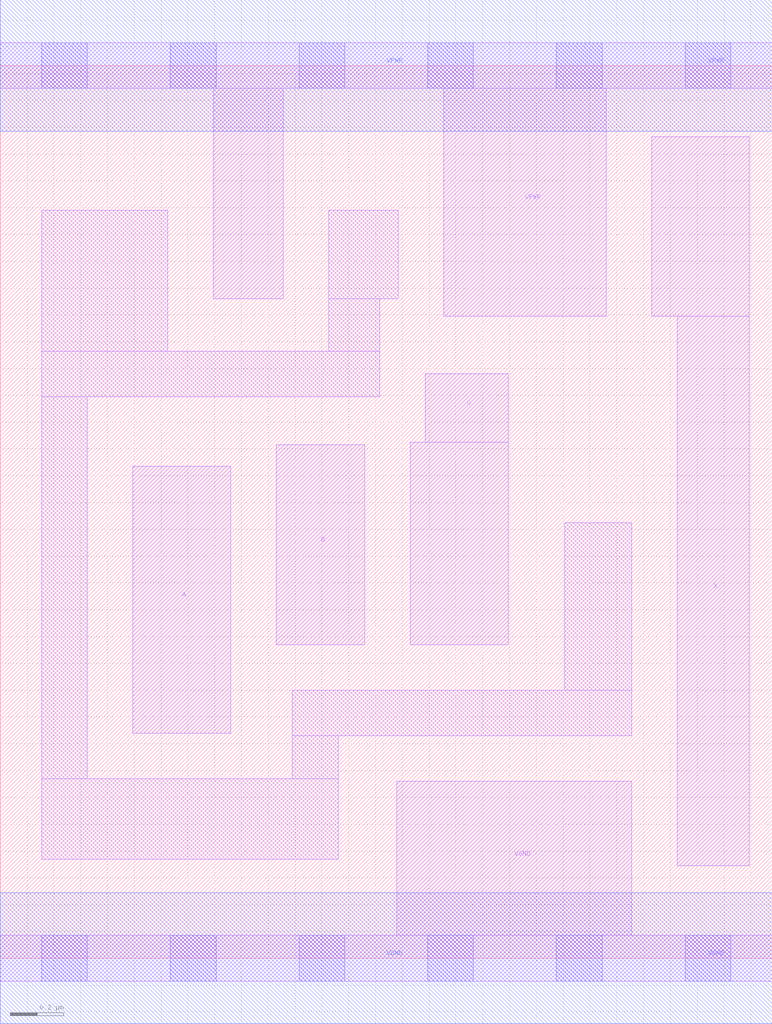
<source format=lef>
# Copyright 2020 The SkyWater PDK Authors
#
# Licensed under the Apache License, Version 2.0 (the "License");
# you may not use this file except in compliance with the License.
# You may obtain a copy of the License at
#
#     https://www.apache.org/licenses/LICENSE-2.0
#
# Unless required by applicable law or agreed to in writing, software
# distributed under the License is distributed on an "AS IS" BASIS,
# WITHOUT WARRANTIES OR CONDITIONS OF ANY KIND, either express or implied.
# See the License for the specific language governing permissions and
# limitations under the License.
#
# SPDX-License-Identifier: Apache-2.0

VERSION 5.7 ;
  NAMESCASESENSITIVE ON ;
  NOWIREEXTENSIONATPIN ON ;
  DIVIDERCHAR "/" ;
  BUSBITCHARS "[]" ;
UNITS
  DATABASE MICRONS 200 ;
END UNITS
MACRO sky130_fd_sc_lp__and3_0
  CLASS CORE ;
  SOURCE USER ;
  FOREIGN sky130_fd_sc_lp__and3_0 ;
  ORIGIN  0.000000  0.000000 ;
  SIZE  2.880000 BY  3.330000 ;
  SYMMETRY X Y R90 ;
  SITE unit ;
  PIN A
    ANTENNAGATEAREA  0.126000 ;
    DIRECTION INPUT ;
    USE SIGNAL ;
    PORT
      LAYER li1 ;
        RECT 0.495000 0.840000 0.860000 1.835000 ;
    END
  END A
  PIN B
    ANTENNAGATEAREA  0.126000 ;
    DIRECTION INPUT ;
    USE SIGNAL ;
    PORT
      LAYER li1 ;
        RECT 1.030000 1.170000 1.360000 1.915000 ;
    END
  END B
  PIN C
    ANTENNAGATEAREA  0.126000 ;
    DIRECTION INPUT ;
    USE SIGNAL ;
    PORT
      LAYER li1 ;
        RECT 1.530000 1.170000 1.895000 1.925000 ;
        RECT 1.585000 1.925000 1.895000 2.180000 ;
    END
  END C
  PIN X
    ANTENNADIFFAREA  0.287300 ;
    DIRECTION OUTPUT ;
    USE SIGNAL ;
    PORT
      LAYER li1 ;
        RECT 2.430000 2.395000 2.795000 3.065000 ;
        RECT 2.525000 0.345000 2.795000 2.395000 ;
    END
  END X
  PIN VGND
    DIRECTION INOUT ;
    USE GROUND ;
    PORT
      LAYER li1 ;
        RECT 0.000000 -0.085000 2.880000 0.085000 ;
        RECT 1.480000  0.085000 2.355000 0.660000 ;
      LAYER mcon ;
        RECT 0.155000 -0.085000 0.325000 0.085000 ;
        RECT 0.635000 -0.085000 0.805000 0.085000 ;
        RECT 1.115000 -0.085000 1.285000 0.085000 ;
        RECT 1.595000 -0.085000 1.765000 0.085000 ;
        RECT 2.075000 -0.085000 2.245000 0.085000 ;
        RECT 2.555000 -0.085000 2.725000 0.085000 ;
      LAYER met1 ;
        RECT 0.000000 -0.245000 2.880000 0.245000 ;
    END
  END VGND
  PIN VPWR
    DIRECTION INOUT ;
    USE POWER ;
    PORT
      LAYER li1 ;
        RECT 0.000000 3.245000 2.880000 3.415000 ;
        RECT 0.795000 2.460000 1.055000 3.245000 ;
        RECT 1.655000 2.395000 2.260000 3.245000 ;
      LAYER mcon ;
        RECT 0.155000 3.245000 0.325000 3.415000 ;
        RECT 0.635000 3.245000 0.805000 3.415000 ;
        RECT 1.115000 3.245000 1.285000 3.415000 ;
        RECT 1.595000 3.245000 1.765000 3.415000 ;
        RECT 2.075000 3.245000 2.245000 3.415000 ;
        RECT 2.555000 3.245000 2.725000 3.415000 ;
      LAYER met1 ;
        RECT 0.000000 3.085000 2.880000 3.575000 ;
    END
  END VPWR
  OBS
    LAYER li1 ;
      RECT 0.155000 0.370000 1.260000 0.670000 ;
      RECT 0.155000 0.670000 0.325000 2.095000 ;
      RECT 0.155000 2.095000 1.415000 2.265000 ;
      RECT 0.155000 2.265000 0.625000 2.790000 ;
      RECT 1.090000 0.670000 1.260000 0.830000 ;
      RECT 1.090000 0.830000 2.355000 1.000000 ;
      RECT 1.225000 2.265000 1.415000 2.460000 ;
      RECT 1.225000 2.460000 1.485000 2.790000 ;
      RECT 2.105000 1.000000 2.355000 1.625000 ;
  END
END sky130_fd_sc_lp__and3_0

</source>
